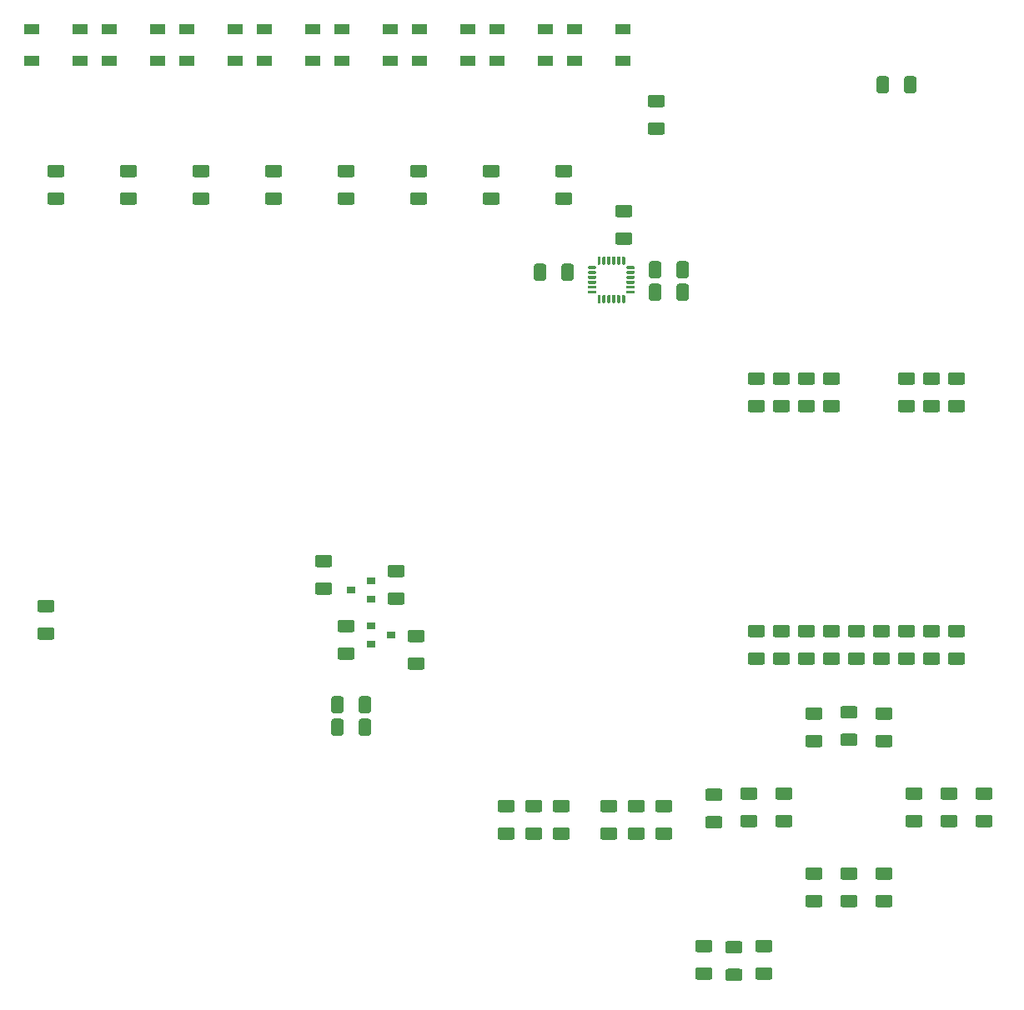
<source format=gbr>
G04 #@! TF.GenerationSoftware,KiCad,Pcbnew,(5.1.6)-1*
G04 #@! TF.CreationDate,2020-08-14T22:04:35-07:00*
G04 #@! TF.ProjectId,NanoDemo,4e616e6f-4465-46d6-9f2e-6b696361645f,rev?*
G04 #@! TF.SameCoordinates,Original*
G04 #@! TF.FileFunction,Paste,Top*
G04 #@! TF.FilePolarity,Positive*
%FSLAX46Y46*%
G04 Gerber Fmt 4.6, Leading zero omitted, Abs format (unit mm)*
G04 Created by KiCad (PCBNEW (5.1.6)-1) date 2020-08-14 22:04:35*
%MOMM*%
%LPD*%
G01*
G04 APERTURE LIST*
%ADD10R,0.900000X0.800000*%
%ADD11R,1.500000X1.000000*%
G04 APERTURE END LIST*
G04 #@! TO.C,R46*
G36*
G01*
X106439000Y-24501000D02*
X106439000Y-23251000D01*
G75*
G02*
X106689000Y-23001000I250000J0D01*
G01*
X107439000Y-23001000D01*
G75*
G02*
X107689000Y-23251000I0J-250000D01*
G01*
X107689000Y-24501000D01*
G75*
G02*
X107439000Y-24751000I-250000J0D01*
G01*
X106689000Y-24751000D01*
G75*
G02*
X106439000Y-24501000I0J250000D01*
G01*
G37*
G36*
G01*
X103639000Y-24501000D02*
X103639000Y-23251000D01*
G75*
G02*
X103889000Y-23001000I250000J0D01*
G01*
X104639000Y-23001000D01*
G75*
G02*
X104889000Y-23251000I0J-250000D01*
G01*
X104889000Y-24501000D01*
G75*
G02*
X104639000Y-24751000I-250000J0D01*
G01*
X103889000Y-24751000D01*
G75*
G02*
X103639000Y-24501000I0J250000D01*
G01*
G37*
G04 #@! TD*
G04 #@! TO.C,U1*
G36*
G01*
X75183000Y-44863000D02*
X75183000Y-45013000D01*
G75*
G02*
X75108000Y-45088000I-75000J0D01*
G01*
X74408000Y-45088000D01*
G75*
G02*
X74333000Y-45013000I0J75000D01*
G01*
X74333000Y-44863000D01*
G75*
G02*
X74408000Y-44788000I75000J0D01*
G01*
X75108000Y-44788000D01*
G75*
G02*
X75183000Y-44863000I0J-75000D01*
G01*
G37*
G36*
G01*
X75183000Y-44363000D02*
X75183000Y-44513000D01*
G75*
G02*
X75108000Y-44588000I-75000J0D01*
G01*
X74408000Y-44588000D01*
G75*
G02*
X74333000Y-44513000I0J75000D01*
G01*
X74333000Y-44363000D01*
G75*
G02*
X74408000Y-44288000I75000J0D01*
G01*
X75108000Y-44288000D01*
G75*
G02*
X75183000Y-44363000I0J-75000D01*
G01*
G37*
G36*
G01*
X75183000Y-43863000D02*
X75183000Y-44013000D01*
G75*
G02*
X75108000Y-44088000I-75000J0D01*
G01*
X74408000Y-44088000D01*
G75*
G02*
X74333000Y-44013000I0J75000D01*
G01*
X74333000Y-43863000D01*
G75*
G02*
X74408000Y-43788000I75000J0D01*
G01*
X75108000Y-43788000D01*
G75*
G02*
X75183000Y-43863000I0J-75000D01*
G01*
G37*
G36*
G01*
X75183000Y-43363000D02*
X75183000Y-43513000D01*
G75*
G02*
X75108000Y-43588000I-75000J0D01*
G01*
X74408000Y-43588000D01*
G75*
G02*
X74333000Y-43513000I0J75000D01*
G01*
X74333000Y-43363000D01*
G75*
G02*
X74408000Y-43288000I75000J0D01*
G01*
X75108000Y-43288000D01*
G75*
G02*
X75183000Y-43363000I0J-75000D01*
G01*
G37*
G36*
G01*
X75183000Y-42863000D02*
X75183000Y-43013000D01*
G75*
G02*
X75108000Y-43088000I-75000J0D01*
G01*
X74408000Y-43088000D01*
G75*
G02*
X74333000Y-43013000I0J75000D01*
G01*
X74333000Y-42863000D01*
G75*
G02*
X74408000Y-42788000I75000J0D01*
G01*
X75108000Y-42788000D01*
G75*
G02*
X75183000Y-42863000I0J-75000D01*
G01*
G37*
G36*
G01*
X75183000Y-42363000D02*
X75183000Y-42513000D01*
G75*
G02*
X75108000Y-42588000I-75000J0D01*
G01*
X74408000Y-42588000D01*
G75*
G02*
X74333000Y-42513000I0J75000D01*
G01*
X74333000Y-42363000D01*
G75*
G02*
X74408000Y-42288000I75000J0D01*
G01*
X75108000Y-42288000D01*
G75*
G02*
X75183000Y-42363000I0J-75000D01*
G01*
G37*
G36*
G01*
X75533000Y-42163000D02*
X75383000Y-42163000D01*
G75*
G02*
X75308000Y-42088000I0J75000D01*
G01*
X75308000Y-41388000D01*
G75*
G02*
X75383000Y-41313000I75000J0D01*
G01*
X75533000Y-41313000D01*
G75*
G02*
X75608000Y-41388000I0J-75000D01*
G01*
X75608000Y-42088000D01*
G75*
G02*
X75533000Y-42163000I-75000J0D01*
G01*
G37*
G36*
G01*
X76033000Y-42163000D02*
X75883000Y-42163000D01*
G75*
G02*
X75808000Y-42088000I0J75000D01*
G01*
X75808000Y-41388000D01*
G75*
G02*
X75883000Y-41313000I75000J0D01*
G01*
X76033000Y-41313000D01*
G75*
G02*
X76108000Y-41388000I0J-75000D01*
G01*
X76108000Y-42088000D01*
G75*
G02*
X76033000Y-42163000I-75000J0D01*
G01*
G37*
G36*
G01*
X76533000Y-42163000D02*
X76383000Y-42163000D01*
G75*
G02*
X76308000Y-42088000I0J75000D01*
G01*
X76308000Y-41388000D01*
G75*
G02*
X76383000Y-41313000I75000J0D01*
G01*
X76533000Y-41313000D01*
G75*
G02*
X76608000Y-41388000I0J-75000D01*
G01*
X76608000Y-42088000D01*
G75*
G02*
X76533000Y-42163000I-75000J0D01*
G01*
G37*
G36*
G01*
X77033000Y-42163000D02*
X76883000Y-42163000D01*
G75*
G02*
X76808000Y-42088000I0J75000D01*
G01*
X76808000Y-41388000D01*
G75*
G02*
X76883000Y-41313000I75000J0D01*
G01*
X77033000Y-41313000D01*
G75*
G02*
X77108000Y-41388000I0J-75000D01*
G01*
X77108000Y-42088000D01*
G75*
G02*
X77033000Y-42163000I-75000J0D01*
G01*
G37*
G36*
G01*
X77533000Y-42163000D02*
X77383000Y-42163000D01*
G75*
G02*
X77308000Y-42088000I0J75000D01*
G01*
X77308000Y-41388000D01*
G75*
G02*
X77383000Y-41313000I75000J0D01*
G01*
X77533000Y-41313000D01*
G75*
G02*
X77608000Y-41388000I0J-75000D01*
G01*
X77608000Y-42088000D01*
G75*
G02*
X77533000Y-42163000I-75000J0D01*
G01*
G37*
G36*
G01*
X78033000Y-42163000D02*
X77883000Y-42163000D01*
G75*
G02*
X77808000Y-42088000I0J75000D01*
G01*
X77808000Y-41388000D01*
G75*
G02*
X77883000Y-41313000I75000J0D01*
G01*
X78033000Y-41313000D01*
G75*
G02*
X78108000Y-41388000I0J-75000D01*
G01*
X78108000Y-42088000D01*
G75*
G02*
X78033000Y-42163000I-75000J0D01*
G01*
G37*
G36*
G01*
X79083000Y-42363000D02*
X79083000Y-42513000D01*
G75*
G02*
X79008000Y-42588000I-75000J0D01*
G01*
X78308000Y-42588000D01*
G75*
G02*
X78233000Y-42513000I0J75000D01*
G01*
X78233000Y-42363000D01*
G75*
G02*
X78308000Y-42288000I75000J0D01*
G01*
X79008000Y-42288000D01*
G75*
G02*
X79083000Y-42363000I0J-75000D01*
G01*
G37*
G36*
G01*
X79083000Y-42863000D02*
X79083000Y-43013000D01*
G75*
G02*
X79008000Y-43088000I-75000J0D01*
G01*
X78308000Y-43088000D01*
G75*
G02*
X78233000Y-43013000I0J75000D01*
G01*
X78233000Y-42863000D01*
G75*
G02*
X78308000Y-42788000I75000J0D01*
G01*
X79008000Y-42788000D01*
G75*
G02*
X79083000Y-42863000I0J-75000D01*
G01*
G37*
G36*
G01*
X79083000Y-43363000D02*
X79083000Y-43513000D01*
G75*
G02*
X79008000Y-43588000I-75000J0D01*
G01*
X78308000Y-43588000D01*
G75*
G02*
X78233000Y-43513000I0J75000D01*
G01*
X78233000Y-43363000D01*
G75*
G02*
X78308000Y-43288000I75000J0D01*
G01*
X79008000Y-43288000D01*
G75*
G02*
X79083000Y-43363000I0J-75000D01*
G01*
G37*
G36*
G01*
X79083000Y-43863000D02*
X79083000Y-44013000D01*
G75*
G02*
X79008000Y-44088000I-75000J0D01*
G01*
X78308000Y-44088000D01*
G75*
G02*
X78233000Y-44013000I0J75000D01*
G01*
X78233000Y-43863000D01*
G75*
G02*
X78308000Y-43788000I75000J0D01*
G01*
X79008000Y-43788000D01*
G75*
G02*
X79083000Y-43863000I0J-75000D01*
G01*
G37*
G36*
G01*
X79083000Y-44363000D02*
X79083000Y-44513000D01*
G75*
G02*
X79008000Y-44588000I-75000J0D01*
G01*
X78308000Y-44588000D01*
G75*
G02*
X78233000Y-44513000I0J75000D01*
G01*
X78233000Y-44363000D01*
G75*
G02*
X78308000Y-44288000I75000J0D01*
G01*
X79008000Y-44288000D01*
G75*
G02*
X79083000Y-44363000I0J-75000D01*
G01*
G37*
G36*
G01*
X79083000Y-44863000D02*
X79083000Y-45013000D01*
G75*
G02*
X79008000Y-45088000I-75000J0D01*
G01*
X78308000Y-45088000D01*
G75*
G02*
X78233000Y-45013000I0J75000D01*
G01*
X78233000Y-44863000D01*
G75*
G02*
X78308000Y-44788000I75000J0D01*
G01*
X79008000Y-44788000D01*
G75*
G02*
X79083000Y-44863000I0J-75000D01*
G01*
G37*
G36*
G01*
X78033000Y-46063000D02*
X77883000Y-46063000D01*
G75*
G02*
X77808000Y-45988000I0J75000D01*
G01*
X77808000Y-45288000D01*
G75*
G02*
X77883000Y-45213000I75000J0D01*
G01*
X78033000Y-45213000D01*
G75*
G02*
X78108000Y-45288000I0J-75000D01*
G01*
X78108000Y-45988000D01*
G75*
G02*
X78033000Y-46063000I-75000J0D01*
G01*
G37*
G36*
G01*
X77533000Y-46063000D02*
X77383000Y-46063000D01*
G75*
G02*
X77308000Y-45988000I0J75000D01*
G01*
X77308000Y-45288000D01*
G75*
G02*
X77383000Y-45213000I75000J0D01*
G01*
X77533000Y-45213000D01*
G75*
G02*
X77608000Y-45288000I0J-75000D01*
G01*
X77608000Y-45988000D01*
G75*
G02*
X77533000Y-46063000I-75000J0D01*
G01*
G37*
G36*
G01*
X77033000Y-46063000D02*
X76883000Y-46063000D01*
G75*
G02*
X76808000Y-45988000I0J75000D01*
G01*
X76808000Y-45288000D01*
G75*
G02*
X76883000Y-45213000I75000J0D01*
G01*
X77033000Y-45213000D01*
G75*
G02*
X77108000Y-45288000I0J-75000D01*
G01*
X77108000Y-45988000D01*
G75*
G02*
X77033000Y-46063000I-75000J0D01*
G01*
G37*
G36*
G01*
X76533000Y-46063000D02*
X76383000Y-46063000D01*
G75*
G02*
X76308000Y-45988000I0J75000D01*
G01*
X76308000Y-45288000D01*
G75*
G02*
X76383000Y-45213000I75000J0D01*
G01*
X76533000Y-45213000D01*
G75*
G02*
X76608000Y-45288000I0J-75000D01*
G01*
X76608000Y-45988000D01*
G75*
G02*
X76533000Y-46063000I-75000J0D01*
G01*
G37*
G36*
G01*
X76033000Y-46063000D02*
X75883000Y-46063000D01*
G75*
G02*
X75808000Y-45988000I0J75000D01*
G01*
X75808000Y-45288000D01*
G75*
G02*
X75883000Y-45213000I75000J0D01*
G01*
X76033000Y-45213000D01*
G75*
G02*
X76108000Y-45288000I0J-75000D01*
G01*
X76108000Y-45988000D01*
G75*
G02*
X76033000Y-46063000I-75000J0D01*
G01*
G37*
G36*
G01*
X75533000Y-46063000D02*
X75383000Y-46063000D01*
G75*
G02*
X75308000Y-45988000I0J75000D01*
G01*
X75308000Y-45288000D01*
G75*
G02*
X75383000Y-45213000I75000J0D01*
G01*
X75533000Y-45213000D01*
G75*
G02*
X75608000Y-45288000I0J-75000D01*
G01*
X75608000Y-45988000D01*
G75*
G02*
X75533000Y-46063000I-75000J0D01*
G01*
G37*
G04 #@! TD*
G04 #@! TO.C,R20*
G36*
G01*
X57521000Y-80505000D02*
X56271000Y-80505000D01*
G75*
G02*
X56021000Y-80255000I0J250000D01*
G01*
X56021000Y-79505000D01*
G75*
G02*
X56271000Y-79255000I250000J0D01*
G01*
X57521000Y-79255000D01*
G75*
G02*
X57771000Y-79505000I0J-250000D01*
G01*
X57771000Y-80255000D01*
G75*
G02*
X57521000Y-80505000I-250000J0D01*
G01*
G37*
G36*
G01*
X57521000Y-83305000D02*
X56271000Y-83305000D01*
G75*
G02*
X56021000Y-83055000I0J250000D01*
G01*
X56021000Y-82305000D01*
G75*
G02*
X56271000Y-82055000I250000J0D01*
G01*
X57521000Y-82055000D01*
G75*
G02*
X57771000Y-82305000I0J-250000D01*
G01*
X57771000Y-83055000D01*
G75*
G02*
X57521000Y-83305000I-250000J0D01*
G01*
G37*
G04 #@! TD*
G04 #@! TO.C,R19*
G36*
G01*
X49159000Y-81039000D02*
X50409000Y-81039000D01*
G75*
G02*
X50659000Y-81289000I0J-250000D01*
G01*
X50659000Y-82039000D01*
G75*
G02*
X50409000Y-82289000I-250000J0D01*
G01*
X49159000Y-82289000D01*
G75*
G02*
X48909000Y-82039000I0J250000D01*
G01*
X48909000Y-81289000D01*
G75*
G02*
X49159000Y-81039000I250000J0D01*
G01*
G37*
G36*
G01*
X49159000Y-78239000D02*
X50409000Y-78239000D01*
G75*
G02*
X50659000Y-78489000I0J-250000D01*
G01*
X50659000Y-79239000D01*
G75*
G02*
X50409000Y-79489000I-250000J0D01*
G01*
X49159000Y-79489000D01*
G75*
G02*
X48909000Y-79239000I0J250000D01*
G01*
X48909000Y-78489000D01*
G75*
G02*
X49159000Y-78239000I250000J0D01*
G01*
G37*
G04 #@! TD*
G04 #@! TO.C,R18*
G36*
G01*
X46873000Y-74435000D02*
X48123000Y-74435000D01*
G75*
G02*
X48373000Y-74685000I0J-250000D01*
G01*
X48373000Y-75435000D01*
G75*
G02*
X48123000Y-75685000I-250000J0D01*
G01*
X46873000Y-75685000D01*
G75*
G02*
X46623000Y-75435000I0J250000D01*
G01*
X46623000Y-74685000D01*
G75*
G02*
X46873000Y-74435000I250000J0D01*
G01*
G37*
G36*
G01*
X46873000Y-71635000D02*
X48123000Y-71635000D01*
G75*
G02*
X48373000Y-71885000I0J-250000D01*
G01*
X48373000Y-72635000D01*
G75*
G02*
X48123000Y-72885000I-250000J0D01*
G01*
X46873000Y-72885000D01*
G75*
G02*
X46623000Y-72635000I0J250000D01*
G01*
X46623000Y-71885000D01*
G75*
G02*
X46873000Y-71635000I250000J0D01*
G01*
G37*
G04 #@! TD*
G04 #@! TO.C,R17*
G36*
G01*
X55489000Y-73901000D02*
X54239000Y-73901000D01*
G75*
G02*
X53989000Y-73651000I0J250000D01*
G01*
X53989000Y-72901000D01*
G75*
G02*
X54239000Y-72651000I250000J0D01*
G01*
X55489000Y-72651000D01*
G75*
G02*
X55739000Y-72901000I0J-250000D01*
G01*
X55739000Y-73651000D01*
G75*
G02*
X55489000Y-73901000I-250000J0D01*
G01*
G37*
G36*
G01*
X55489000Y-76701000D02*
X54239000Y-76701000D01*
G75*
G02*
X53989000Y-76451000I0J250000D01*
G01*
X53989000Y-75701000D01*
G75*
G02*
X54239000Y-75451000I250000J0D01*
G01*
X55489000Y-75451000D01*
G75*
G02*
X55739000Y-75701000I0J-250000D01*
G01*
X55739000Y-76451000D01*
G75*
G02*
X55489000Y-76701000I-250000J0D01*
G01*
G37*
G04 #@! TD*
D10*
G04 #@! TO.C,Q2*
X54340000Y-79756000D03*
X52340000Y-80706000D03*
X52340000Y-78806000D03*
G04 #@! TD*
G04 #@! TO.C,Q1*
X50308000Y-75184000D03*
X52308000Y-74234000D03*
X52308000Y-76134000D03*
G04 #@! TD*
G04 #@! TO.C,C10*
G36*
G01*
X83325000Y-43297000D02*
X83325000Y-42047000D01*
G75*
G02*
X83575000Y-41797000I250000J0D01*
G01*
X84325000Y-41797000D01*
G75*
G02*
X84575000Y-42047000I0J-250000D01*
G01*
X84575000Y-43297000D01*
G75*
G02*
X84325000Y-43547000I-250000J0D01*
G01*
X83575000Y-43547000D01*
G75*
G02*
X83325000Y-43297000I0J250000D01*
G01*
G37*
G36*
G01*
X80525000Y-43297000D02*
X80525000Y-42047000D01*
G75*
G02*
X80775000Y-41797000I250000J0D01*
G01*
X81525000Y-41797000D01*
G75*
G02*
X81775000Y-42047000I0J-250000D01*
G01*
X81775000Y-43297000D01*
G75*
G02*
X81525000Y-43547000I-250000J0D01*
G01*
X80775000Y-43547000D01*
G75*
G02*
X80525000Y-43297000I0J250000D01*
G01*
G37*
G04 #@! TD*
G04 #@! TO.C,C11*
G36*
G01*
X71641000Y-43551000D02*
X71641000Y-42301000D01*
G75*
G02*
X71891000Y-42051000I250000J0D01*
G01*
X72641000Y-42051000D01*
G75*
G02*
X72891000Y-42301000I0J-250000D01*
G01*
X72891000Y-43551000D01*
G75*
G02*
X72641000Y-43801000I-250000J0D01*
G01*
X71891000Y-43801000D01*
G75*
G02*
X71641000Y-43551000I0J250000D01*
G01*
G37*
G36*
G01*
X68841000Y-43551000D02*
X68841000Y-42301000D01*
G75*
G02*
X69091000Y-42051000I250000J0D01*
G01*
X69841000Y-42051000D01*
G75*
G02*
X70091000Y-42301000I0J-250000D01*
G01*
X70091000Y-43551000D01*
G75*
G02*
X69841000Y-43801000I-250000J0D01*
G01*
X69091000Y-43801000D01*
G75*
G02*
X68841000Y-43551000I0J250000D01*
G01*
G37*
G04 #@! TD*
G04 #@! TO.C,C9*
G36*
G01*
X77353000Y-38875000D02*
X78603000Y-38875000D01*
G75*
G02*
X78853000Y-39125000I0J-250000D01*
G01*
X78853000Y-39875000D01*
G75*
G02*
X78603000Y-40125000I-250000J0D01*
G01*
X77353000Y-40125000D01*
G75*
G02*
X77103000Y-39875000I0J250000D01*
G01*
X77103000Y-39125000D01*
G75*
G02*
X77353000Y-38875000I250000J0D01*
G01*
G37*
G36*
G01*
X77353000Y-36075000D02*
X78603000Y-36075000D01*
G75*
G02*
X78853000Y-36325000I0J-250000D01*
G01*
X78853000Y-37075000D01*
G75*
G02*
X78603000Y-37325000I-250000J0D01*
G01*
X77353000Y-37325000D01*
G75*
G02*
X77103000Y-37075000I0J250000D01*
G01*
X77103000Y-36325000D01*
G75*
G02*
X77353000Y-36075000I250000J0D01*
G01*
G37*
G04 #@! TD*
G04 #@! TO.C,C12*
G36*
G01*
X81775000Y-44333000D02*
X81775000Y-45583000D01*
G75*
G02*
X81525000Y-45833000I-250000J0D01*
G01*
X80775000Y-45833000D01*
G75*
G02*
X80525000Y-45583000I0J250000D01*
G01*
X80525000Y-44333000D01*
G75*
G02*
X80775000Y-44083000I250000J0D01*
G01*
X81525000Y-44083000D01*
G75*
G02*
X81775000Y-44333000I0J-250000D01*
G01*
G37*
G36*
G01*
X84575000Y-44333000D02*
X84575000Y-45583000D01*
G75*
G02*
X84325000Y-45833000I-250000J0D01*
G01*
X83575000Y-45833000D01*
G75*
G02*
X83325000Y-45583000I0J250000D01*
G01*
X83325000Y-44333000D01*
G75*
G02*
X83575000Y-44083000I250000J0D01*
G01*
X84325000Y-44083000D01*
G75*
G02*
X84575000Y-44333000I0J-250000D01*
G01*
G37*
G04 #@! TD*
D11*
G04 #@! TO.C,D1*
X22770000Y-21412000D03*
X22770000Y-18212000D03*
X17870000Y-21412000D03*
X17870000Y-18212000D03*
G04 #@! TD*
G04 #@! TO.C,D8*
X77888000Y-21412000D03*
X77888000Y-18212000D03*
X72988000Y-21412000D03*
X72988000Y-18212000D03*
G04 #@! TD*
G04 #@! TO.C,D7*
X70014000Y-21412000D03*
X70014000Y-18212000D03*
X65114000Y-21412000D03*
X65114000Y-18212000D03*
G04 #@! TD*
G04 #@! TO.C,D6*
X62140000Y-21412000D03*
X62140000Y-18212000D03*
X57240000Y-21412000D03*
X57240000Y-18212000D03*
G04 #@! TD*
G04 #@! TO.C,D5*
X54266000Y-21412000D03*
X54266000Y-18212000D03*
X49366000Y-21412000D03*
X49366000Y-18212000D03*
G04 #@! TD*
G04 #@! TO.C,D4*
X46392000Y-21412000D03*
X46392000Y-18212000D03*
X41492000Y-21412000D03*
X41492000Y-18212000D03*
G04 #@! TD*
G04 #@! TO.C,D3*
X38518000Y-21412000D03*
X38518000Y-18212000D03*
X33618000Y-21412000D03*
X33618000Y-18212000D03*
G04 #@! TD*
G04 #@! TO.C,D2*
X30644000Y-21412000D03*
X30644000Y-18212000D03*
X25744000Y-21412000D03*
X25744000Y-18212000D03*
G04 #@! TD*
G04 #@! TO.C,R45*
G36*
G01*
X49517000Y-86243000D02*
X49517000Y-87493000D01*
G75*
G02*
X49267000Y-87743000I-250000J0D01*
G01*
X48517000Y-87743000D01*
G75*
G02*
X48267000Y-87493000I0J250000D01*
G01*
X48267000Y-86243000D01*
G75*
G02*
X48517000Y-85993000I250000J0D01*
G01*
X49267000Y-85993000D01*
G75*
G02*
X49517000Y-86243000I0J-250000D01*
G01*
G37*
G36*
G01*
X52317000Y-86243000D02*
X52317000Y-87493000D01*
G75*
G02*
X52067000Y-87743000I-250000J0D01*
G01*
X51317000Y-87743000D01*
G75*
G02*
X51067000Y-87493000I0J250000D01*
G01*
X51067000Y-86243000D01*
G75*
G02*
X51317000Y-85993000I250000J0D01*
G01*
X52067000Y-85993000D01*
G75*
G02*
X52317000Y-86243000I0J-250000D01*
G01*
G37*
G04 #@! TD*
G04 #@! TO.C,R44*
G36*
G01*
X111135000Y-81547000D02*
X112385000Y-81547000D01*
G75*
G02*
X112635000Y-81797000I0J-250000D01*
G01*
X112635000Y-82547000D01*
G75*
G02*
X112385000Y-82797000I-250000J0D01*
G01*
X111135000Y-82797000D01*
G75*
G02*
X110885000Y-82547000I0J250000D01*
G01*
X110885000Y-81797000D01*
G75*
G02*
X111135000Y-81547000I250000J0D01*
G01*
G37*
G36*
G01*
X111135000Y-78747000D02*
X112385000Y-78747000D01*
G75*
G02*
X112635000Y-78997000I0J-250000D01*
G01*
X112635000Y-79747000D01*
G75*
G02*
X112385000Y-79997000I-250000J0D01*
G01*
X111135000Y-79997000D01*
G75*
G02*
X110885000Y-79747000I0J250000D01*
G01*
X110885000Y-78997000D01*
G75*
G02*
X111135000Y-78747000I250000J0D01*
G01*
G37*
G04 #@! TD*
G04 #@! TO.C,R43*
G36*
G01*
X106055000Y-81547000D02*
X107305000Y-81547000D01*
G75*
G02*
X107555000Y-81797000I0J-250000D01*
G01*
X107555000Y-82547000D01*
G75*
G02*
X107305000Y-82797000I-250000J0D01*
G01*
X106055000Y-82797000D01*
G75*
G02*
X105805000Y-82547000I0J250000D01*
G01*
X105805000Y-81797000D01*
G75*
G02*
X106055000Y-81547000I250000J0D01*
G01*
G37*
G36*
G01*
X106055000Y-78747000D02*
X107305000Y-78747000D01*
G75*
G02*
X107555000Y-78997000I0J-250000D01*
G01*
X107555000Y-79747000D01*
G75*
G02*
X107305000Y-79997000I-250000J0D01*
G01*
X106055000Y-79997000D01*
G75*
G02*
X105805000Y-79747000I0J250000D01*
G01*
X105805000Y-78997000D01*
G75*
G02*
X106055000Y-78747000I250000J0D01*
G01*
G37*
G04 #@! TD*
G04 #@! TO.C,R42*
G36*
G01*
X107305000Y-54343000D02*
X106055000Y-54343000D01*
G75*
G02*
X105805000Y-54093000I0J250000D01*
G01*
X105805000Y-53343000D01*
G75*
G02*
X106055000Y-53093000I250000J0D01*
G01*
X107305000Y-53093000D01*
G75*
G02*
X107555000Y-53343000I0J-250000D01*
G01*
X107555000Y-54093000D01*
G75*
G02*
X107305000Y-54343000I-250000J0D01*
G01*
G37*
G36*
G01*
X107305000Y-57143000D02*
X106055000Y-57143000D01*
G75*
G02*
X105805000Y-56893000I0J250000D01*
G01*
X105805000Y-56143000D01*
G75*
G02*
X106055000Y-55893000I250000J0D01*
G01*
X107305000Y-55893000D01*
G75*
G02*
X107555000Y-56143000I0J-250000D01*
G01*
X107555000Y-56893000D01*
G75*
G02*
X107305000Y-57143000I-250000J0D01*
G01*
G37*
G04 #@! TD*
G04 #@! TO.C,R41*
G36*
G01*
X100975000Y-81547000D02*
X102225000Y-81547000D01*
G75*
G02*
X102475000Y-81797000I0J-250000D01*
G01*
X102475000Y-82547000D01*
G75*
G02*
X102225000Y-82797000I-250000J0D01*
G01*
X100975000Y-82797000D01*
G75*
G02*
X100725000Y-82547000I0J250000D01*
G01*
X100725000Y-81797000D01*
G75*
G02*
X100975000Y-81547000I250000J0D01*
G01*
G37*
G36*
G01*
X100975000Y-78747000D02*
X102225000Y-78747000D01*
G75*
G02*
X102475000Y-78997000I0J-250000D01*
G01*
X102475000Y-79747000D01*
G75*
G02*
X102225000Y-79997000I-250000J0D01*
G01*
X100975000Y-79997000D01*
G75*
G02*
X100725000Y-79747000I0J250000D01*
G01*
X100725000Y-78997000D01*
G75*
G02*
X100975000Y-78747000I250000J0D01*
G01*
G37*
G04 #@! TD*
G04 #@! TO.C,R40*
G36*
G01*
X103515000Y-81547000D02*
X104765000Y-81547000D01*
G75*
G02*
X105015000Y-81797000I0J-250000D01*
G01*
X105015000Y-82547000D01*
G75*
G02*
X104765000Y-82797000I-250000J0D01*
G01*
X103515000Y-82797000D01*
G75*
G02*
X103265000Y-82547000I0J250000D01*
G01*
X103265000Y-81797000D01*
G75*
G02*
X103515000Y-81547000I250000J0D01*
G01*
G37*
G36*
G01*
X103515000Y-78747000D02*
X104765000Y-78747000D01*
G75*
G02*
X105015000Y-78997000I0J-250000D01*
G01*
X105015000Y-79747000D01*
G75*
G02*
X104765000Y-79997000I-250000J0D01*
G01*
X103515000Y-79997000D01*
G75*
G02*
X103265000Y-79747000I0J250000D01*
G01*
X103265000Y-78997000D01*
G75*
G02*
X103515000Y-78747000I250000J0D01*
G01*
G37*
G04 #@! TD*
G04 #@! TO.C,R39*
G36*
G01*
X108595000Y-81547000D02*
X109845000Y-81547000D01*
G75*
G02*
X110095000Y-81797000I0J-250000D01*
G01*
X110095000Y-82547000D01*
G75*
G02*
X109845000Y-82797000I-250000J0D01*
G01*
X108595000Y-82797000D01*
G75*
G02*
X108345000Y-82547000I0J250000D01*
G01*
X108345000Y-81797000D01*
G75*
G02*
X108595000Y-81547000I250000J0D01*
G01*
G37*
G36*
G01*
X108595000Y-78747000D02*
X109845000Y-78747000D01*
G75*
G02*
X110095000Y-78997000I0J-250000D01*
G01*
X110095000Y-79747000D01*
G75*
G02*
X109845000Y-79997000I-250000J0D01*
G01*
X108595000Y-79997000D01*
G75*
G02*
X108345000Y-79747000I0J250000D01*
G01*
X108345000Y-78997000D01*
G75*
G02*
X108595000Y-78747000I250000J0D01*
G01*
G37*
G04 #@! TD*
G04 #@! TO.C,R28*
G36*
G01*
X71257000Y-34811000D02*
X72507000Y-34811000D01*
G75*
G02*
X72757000Y-35061000I0J-250000D01*
G01*
X72757000Y-35811000D01*
G75*
G02*
X72507000Y-36061000I-250000J0D01*
G01*
X71257000Y-36061000D01*
G75*
G02*
X71007000Y-35811000I0J250000D01*
G01*
X71007000Y-35061000D01*
G75*
G02*
X71257000Y-34811000I250000J0D01*
G01*
G37*
G36*
G01*
X71257000Y-32011000D02*
X72507000Y-32011000D01*
G75*
G02*
X72757000Y-32261000I0J-250000D01*
G01*
X72757000Y-33011000D01*
G75*
G02*
X72507000Y-33261000I-250000J0D01*
G01*
X71257000Y-33261000D01*
G75*
G02*
X71007000Y-33011000I0J250000D01*
G01*
X71007000Y-32261000D01*
G75*
G02*
X71257000Y-32011000I250000J0D01*
G01*
G37*
G04 #@! TD*
G04 #@! TO.C,R38*
G36*
G01*
X112385000Y-54343000D02*
X111135000Y-54343000D01*
G75*
G02*
X110885000Y-54093000I0J250000D01*
G01*
X110885000Y-53343000D01*
G75*
G02*
X111135000Y-53093000I250000J0D01*
G01*
X112385000Y-53093000D01*
G75*
G02*
X112635000Y-53343000I0J-250000D01*
G01*
X112635000Y-54093000D01*
G75*
G02*
X112385000Y-54343000I-250000J0D01*
G01*
G37*
G36*
G01*
X112385000Y-57143000D02*
X111135000Y-57143000D01*
G75*
G02*
X110885000Y-56893000I0J250000D01*
G01*
X110885000Y-56143000D01*
G75*
G02*
X111135000Y-55893000I250000J0D01*
G01*
X112385000Y-55893000D01*
G75*
G02*
X112635000Y-56143000I0J-250000D01*
G01*
X112635000Y-56893000D01*
G75*
G02*
X112385000Y-57143000I-250000J0D01*
G01*
G37*
G04 #@! TD*
G04 #@! TO.C,R37*
G36*
G01*
X109845000Y-54343000D02*
X108595000Y-54343000D01*
G75*
G02*
X108345000Y-54093000I0J250000D01*
G01*
X108345000Y-53343000D01*
G75*
G02*
X108595000Y-53093000I250000J0D01*
G01*
X109845000Y-53093000D01*
G75*
G02*
X110095000Y-53343000I0J-250000D01*
G01*
X110095000Y-54093000D01*
G75*
G02*
X109845000Y-54343000I-250000J0D01*
G01*
G37*
G36*
G01*
X109845000Y-57143000D02*
X108595000Y-57143000D01*
G75*
G02*
X108345000Y-56893000I0J250000D01*
G01*
X108345000Y-56143000D01*
G75*
G02*
X108595000Y-55893000I250000J0D01*
G01*
X109845000Y-55893000D01*
G75*
G02*
X110095000Y-56143000I0J-250000D01*
G01*
X110095000Y-56893000D01*
G75*
G02*
X109845000Y-57143000I-250000J0D01*
G01*
G37*
G04 #@! TD*
G04 #@! TO.C,R16*
G36*
G01*
X49517000Y-88529000D02*
X49517000Y-89779000D01*
G75*
G02*
X49267000Y-90029000I-250000J0D01*
G01*
X48517000Y-90029000D01*
G75*
G02*
X48267000Y-89779000I0J250000D01*
G01*
X48267000Y-88529000D01*
G75*
G02*
X48517000Y-88279000I250000J0D01*
G01*
X49267000Y-88279000D01*
G75*
G02*
X49517000Y-88529000I0J-250000D01*
G01*
G37*
G36*
G01*
X52317000Y-88529000D02*
X52317000Y-89779000D01*
G75*
G02*
X52067000Y-90029000I-250000J0D01*
G01*
X51317000Y-90029000D01*
G75*
G02*
X51067000Y-89779000I0J250000D01*
G01*
X51067000Y-88529000D01*
G75*
G02*
X51317000Y-88279000I250000J0D01*
G01*
X52067000Y-88279000D01*
G75*
G02*
X52317000Y-88529000I0J-250000D01*
G01*
G37*
G04 #@! TD*
G04 #@! TO.C,R27*
G36*
G01*
X63891000Y-34811000D02*
X65141000Y-34811000D01*
G75*
G02*
X65391000Y-35061000I0J-250000D01*
G01*
X65391000Y-35811000D01*
G75*
G02*
X65141000Y-36061000I-250000J0D01*
G01*
X63891000Y-36061000D01*
G75*
G02*
X63641000Y-35811000I0J250000D01*
G01*
X63641000Y-35061000D01*
G75*
G02*
X63891000Y-34811000I250000J0D01*
G01*
G37*
G36*
G01*
X63891000Y-32011000D02*
X65141000Y-32011000D01*
G75*
G02*
X65391000Y-32261000I0J-250000D01*
G01*
X65391000Y-33011000D01*
G75*
G02*
X65141000Y-33261000I-250000J0D01*
G01*
X63891000Y-33261000D01*
G75*
G02*
X63641000Y-33011000I0J250000D01*
G01*
X63641000Y-32261000D01*
G75*
G02*
X63891000Y-32011000I250000J0D01*
G01*
G37*
G04 #@! TD*
G04 #@! TO.C,R36*
G36*
G01*
X98435000Y-81547000D02*
X99685000Y-81547000D01*
G75*
G02*
X99935000Y-81797000I0J-250000D01*
G01*
X99935000Y-82547000D01*
G75*
G02*
X99685000Y-82797000I-250000J0D01*
G01*
X98435000Y-82797000D01*
G75*
G02*
X98185000Y-82547000I0J250000D01*
G01*
X98185000Y-81797000D01*
G75*
G02*
X98435000Y-81547000I250000J0D01*
G01*
G37*
G36*
G01*
X98435000Y-78747000D02*
X99685000Y-78747000D01*
G75*
G02*
X99935000Y-78997000I0J-250000D01*
G01*
X99935000Y-79747000D01*
G75*
G02*
X99685000Y-79997000I-250000J0D01*
G01*
X98435000Y-79997000D01*
G75*
G02*
X98185000Y-79747000I0J250000D01*
G01*
X98185000Y-78997000D01*
G75*
G02*
X98435000Y-78747000I250000J0D01*
G01*
G37*
G04 #@! TD*
G04 #@! TO.C,R26*
G36*
G01*
X56525000Y-34811000D02*
X57775000Y-34811000D01*
G75*
G02*
X58025000Y-35061000I0J-250000D01*
G01*
X58025000Y-35811000D01*
G75*
G02*
X57775000Y-36061000I-250000J0D01*
G01*
X56525000Y-36061000D01*
G75*
G02*
X56275000Y-35811000I0J250000D01*
G01*
X56275000Y-35061000D01*
G75*
G02*
X56525000Y-34811000I250000J0D01*
G01*
G37*
G36*
G01*
X56525000Y-32011000D02*
X57775000Y-32011000D01*
G75*
G02*
X58025000Y-32261000I0J-250000D01*
G01*
X58025000Y-33011000D01*
G75*
G02*
X57775000Y-33261000I-250000J0D01*
G01*
X56525000Y-33261000D01*
G75*
G02*
X56275000Y-33011000I0J250000D01*
G01*
X56275000Y-32261000D01*
G75*
G02*
X56525000Y-32011000I250000J0D01*
G01*
G37*
G04 #@! TD*
G04 #@! TO.C,R35*
G36*
G01*
X94605000Y-54343000D02*
X93355000Y-54343000D01*
G75*
G02*
X93105000Y-54093000I0J250000D01*
G01*
X93105000Y-53343000D01*
G75*
G02*
X93355000Y-53093000I250000J0D01*
G01*
X94605000Y-53093000D01*
G75*
G02*
X94855000Y-53343000I0J-250000D01*
G01*
X94855000Y-54093000D01*
G75*
G02*
X94605000Y-54343000I-250000J0D01*
G01*
G37*
G36*
G01*
X94605000Y-57143000D02*
X93355000Y-57143000D01*
G75*
G02*
X93105000Y-56893000I0J250000D01*
G01*
X93105000Y-56143000D01*
G75*
G02*
X93355000Y-55893000I250000J0D01*
G01*
X94605000Y-55893000D01*
G75*
G02*
X94855000Y-56143000I0J-250000D01*
G01*
X94855000Y-56893000D01*
G75*
G02*
X94605000Y-57143000I-250000J0D01*
G01*
G37*
G04 #@! TD*
G04 #@! TO.C,R34*
G36*
G01*
X92065000Y-54343000D02*
X90815000Y-54343000D01*
G75*
G02*
X90565000Y-54093000I0J250000D01*
G01*
X90565000Y-53343000D01*
G75*
G02*
X90815000Y-53093000I250000J0D01*
G01*
X92065000Y-53093000D01*
G75*
G02*
X92315000Y-53343000I0J-250000D01*
G01*
X92315000Y-54093000D01*
G75*
G02*
X92065000Y-54343000I-250000J0D01*
G01*
G37*
G36*
G01*
X92065000Y-57143000D02*
X90815000Y-57143000D01*
G75*
G02*
X90565000Y-56893000I0J250000D01*
G01*
X90565000Y-56143000D01*
G75*
G02*
X90815000Y-55893000I250000J0D01*
G01*
X92065000Y-55893000D01*
G75*
G02*
X92315000Y-56143000I0J-250000D01*
G01*
X92315000Y-56893000D01*
G75*
G02*
X92065000Y-57143000I-250000J0D01*
G01*
G37*
G04 #@! TD*
G04 #@! TO.C,R25*
G36*
G01*
X49159000Y-34811000D02*
X50409000Y-34811000D01*
G75*
G02*
X50659000Y-35061000I0J-250000D01*
G01*
X50659000Y-35811000D01*
G75*
G02*
X50409000Y-36061000I-250000J0D01*
G01*
X49159000Y-36061000D01*
G75*
G02*
X48909000Y-35811000I0J250000D01*
G01*
X48909000Y-35061000D01*
G75*
G02*
X49159000Y-34811000I250000J0D01*
G01*
G37*
G36*
G01*
X49159000Y-32011000D02*
X50409000Y-32011000D01*
G75*
G02*
X50659000Y-32261000I0J-250000D01*
G01*
X50659000Y-33011000D01*
G75*
G02*
X50409000Y-33261000I-250000J0D01*
G01*
X49159000Y-33261000D01*
G75*
G02*
X48909000Y-33011000I0J250000D01*
G01*
X48909000Y-32261000D01*
G75*
G02*
X49159000Y-32011000I250000J0D01*
G01*
G37*
G04 #@! TD*
G04 #@! TO.C,R33*
G36*
G01*
X90815000Y-81547000D02*
X92065000Y-81547000D01*
G75*
G02*
X92315000Y-81797000I0J-250000D01*
G01*
X92315000Y-82547000D01*
G75*
G02*
X92065000Y-82797000I-250000J0D01*
G01*
X90815000Y-82797000D01*
G75*
G02*
X90565000Y-82547000I0J250000D01*
G01*
X90565000Y-81797000D01*
G75*
G02*
X90815000Y-81547000I250000J0D01*
G01*
G37*
G36*
G01*
X90815000Y-78747000D02*
X92065000Y-78747000D01*
G75*
G02*
X92315000Y-78997000I0J-250000D01*
G01*
X92315000Y-79747000D01*
G75*
G02*
X92065000Y-79997000I-250000J0D01*
G01*
X90815000Y-79997000D01*
G75*
G02*
X90565000Y-79747000I0J250000D01*
G01*
X90565000Y-78997000D01*
G75*
G02*
X90815000Y-78747000I250000J0D01*
G01*
G37*
G04 #@! TD*
G04 #@! TO.C,R32*
G36*
G01*
X93355000Y-81547000D02*
X94605000Y-81547000D01*
G75*
G02*
X94855000Y-81797000I0J-250000D01*
G01*
X94855000Y-82547000D01*
G75*
G02*
X94605000Y-82797000I-250000J0D01*
G01*
X93355000Y-82797000D01*
G75*
G02*
X93105000Y-82547000I0J250000D01*
G01*
X93105000Y-81797000D01*
G75*
G02*
X93355000Y-81547000I250000J0D01*
G01*
G37*
G36*
G01*
X93355000Y-78747000D02*
X94605000Y-78747000D01*
G75*
G02*
X94855000Y-78997000I0J-250000D01*
G01*
X94855000Y-79747000D01*
G75*
G02*
X94605000Y-79997000I-250000J0D01*
G01*
X93355000Y-79997000D01*
G75*
G02*
X93105000Y-79747000I0J250000D01*
G01*
X93105000Y-78997000D01*
G75*
G02*
X93355000Y-78747000I250000J0D01*
G01*
G37*
G04 #@! TD*
G04 #@! TO.C,R24*
G36*
G01*
X41793000Y-34811000D02*
X43043000Y-34811000D01*
G75*
G02*
X43293000Y-35061000I0J-250000D01*
G01*
X43293000Y-35811000D01*
G75*
G02*
X43043000Y-36061000I-250000J0D01*
G01*
X41793000Y-36061000D01*
G75*
G02*
X41543000Y-35811000I0J250000D01*
G01*
X41543000Y-35061000D01*
G75*
G02*
X41793000Y-34811000I250000J0D01*
G01*
G37*
G36*
G01*
X41793000Y-32011000D02*
X43043000Y-32011000D01*
G75*
G02*
X43293000Y-32261000I0J-250000D01*
G01*
X43293000Y-33011000D01*
G75*
G02*
X43043000Y-33261000I-250000J0D01*
G01*
X41793000Y-33261000D01*
G75*
G02*
X41543000Y-33011000I0J250000D01*
G01*
X41543000Y-32261000D01*
G75*
G02*
X41793000Y-32011000I250000J0D01*
G01*
G37*
G04 #@! TD*
G04 #@! TO.C,R31*
G36*
G01*
X95895000Y-81547000D02*
X97145000Y-81547000D01*
G75*
G02*
X97395000Y-81797000I0J-250000D01*
G01*
X97395000Y-82547000D01*
G75*
G02*
X97145000Y-82797000I-250000J0D01*
G01*
X95895000Y-82797000D01*
G75*
G02*
X95645000Y-82547000I0J250000D01*
G01*
X95645000Y-81797000D01*
G75*
G02*
X95895000Y-81547000I250000J0D01*
G01*
G37*
G36*
G01*
X95895000Y-78747000D02*
X97145000Y-78747000D01*
G75*
G02*
X97395000Y-78997000I0J-250000D01*
G01*
X97395000Y-79747000D01*
G75*
G02*
X97145000Y-79997000I-250000J0D01*
G01*
X95895000Y-79997000D01*
G75*
G02*
X95645000Y-79747000I0J250000D01*
G01*
X95645000Y-78997000D01*
G75*
G02*
X95895000Y-78747000I250000J0D01*
G01*
G37*
G04 #@! TD*
G04 #@! TO.C,R30*
G36*
G01*
X99685000Y-54343000D02*
X98435000Y-54343000D01*
G75*
G02*
X98185000Y-54093000I0J250000D01*
G01*
X98185000Y-53343000D01*
G75*
G02*
X98435000Y-53093000I250000J0D01*
G01*
X99685000Y-53093000D01*
G75*
G02*
X99935000Y-53343000I0J-250000D01*
G01*
X99935000Y-54093000D01*
G75*
G02*
X99685000Y-54343000I-250000J0D01*
G01*
G37*
G36*
G01*
X99685000Y-57143000D02*
X98435000Y-57143000D01*
G75*
G02*
X98185000Y-56893000I0J250000D01*
G01*
X98185000Y-56143000D01*
G75*
G02*
X98435000Y-55893000I250000J0D01*
G01*
X99685000Y-55893000D01*
G75*
G02*
X99935000Y-56143000I0J-250000D01*
G01*
X99935000Y-56893000D01*
G75*
G02*
X99685000Y-57143000I-250000J0D01*
G01*
G37*
G04 #@! TD*
G04 #@! TO.C,R23*
G36*
G01*
X34427000Y-34811000D02*
X35677000Y-34811000D01*
G75*
G02*
X35927000Y-35061000I0J-250000D01*
G01*
X35927000Y-35811000D01*
G75*
G02*
X35677000Y-36061000I-250000J0D01*
G01*
X34427000Y-36061000D01*
G75*
G02*
X34177000Y-35811000I0J250000D01*
G01*
X34177000Y-35061000D01*
G75*
G02*
X34427000Y-34811000I250000J0D01*
G01*
G37*
G36*
G01*
X34427000Y-32011000D02*
X35677000Y-32011000D01*
G75*
G02*
X35927000Y-32261000I0J-250000D01*
G01*
X35927000Y-33011000D01*
G75*
G02*
X35677000Y-33261000I-250000J0D01*
G01*
X34427000Y-33261000D01*
G75*
G02*
X34177000Y-33011000I0J250000D01*
G01*
X34177000Y-32261000D01*
G75*
G02*
X34427000Y-32011000I250000J0D01*
G01*
G37*
G04 #@! TD*
G04 #@! TO.C,R29*
G36*
G01*
X97145000Y-54343000D02*
X95895000Y-54343000D01*
G75*
G02*
X95645000Y-54093000I0J250000D01*
G01*
X95645000Y-53343000D01*
G75*
G02*
X95895000Y-53093000I250000J0D01*
G01*
X97145000Y-53093000D01*
G75*
G02*
X97395000Y-53343000I0J-250000D01*
G01*
X97395000Y-54093000D01*
G75*
G02*
X97145000Y-54343000I-250000J0D01*
G01*
G37*
G36*
G01*
X97145000Y-57143000D02*
X95895000Y-57143000D01*
G75*
G02*
X95645000Y-56893000I0J250000D01*
G01*
X95645000Y-56143000D01*
G75*
G02*
X95895000Y-55893000I250000J0D01*
G01*
X97145000Y-55893000D01*
G75*
G02*
X97395000Y-56143000I0J-250000D01*
G01*
X97395000Y-56893000D01*
G75*
G02*
X97145000Y-57143000I-250000J0D01*
G01*
G37*
G04 #@! TD*
G04 #@! TO.C,R22*
G36*
G01*
X27061000Y-34811000D02*
X28311000Y-34811000D01*
G75*
G02*
X28561000Y-35061000I0J-250000D01*
G01*
X28561000Y-35811000D01*
G75*
G02*
X28311000Y-36061000I-250000J0D01*
G01*
X27061000Y-36061000D01*
G75*
G02*
X26811000Y-35811000I0J250000D01*
G01*
X26811000Y-35061000D01*
G75*
G02*
X27061000Y-34811000I250000J0D01*
G01*
G37*
G36*
G01*
X27061000Y-32011000D02*
X28311000Y-32011000D01*
G75*
G02*
X28561000Y-32261000I0J-250000D01*
G01*
X28561000Y-33011000D01*
G75*
G02*
X28311000Y-33261000I-250000J0D01*
G01*
X27061000Y-33261000D01*
G75*
G02*
X26811000Y-33011000I0J250000D01*
G01*
X26811000Y-32261000D01*
G75*
G02*
X27061000Y-32011000I250000J0D01*
G01*
G37*
G04 #@! TD*
G04 #@! TO.C,R21*
G36*
G01*
X19695000Y-34811000D02*
X20945000Y-34811000D01*
G75*
G02*
X21195000Y-35061000I0J-250000D01*
G01*
X21195000Y-35811000D01*
G75*
G02*
X20945000Y-36061000I-250000J0D01*
G01*
X19695000Y-36061000D01*
G75*
G02*
X19445000Y-35811000I0J250000D01*
G01*
X19445000Y-35061000D01*
G75*
G02*
X19695000Y-34811000I250000J0D01*
G01*
G37*
G36*
G01*
X19695000Y-32011000D02*
X20945000Y-32011000D01*
G75*
G02*
X21195000Y-32261000I0J-250000D01*
G01*
X21195000Y-33011000D01*
G75*
G02*
X20945000Y-33261000I-250000J0D01*
G01*
X19695000Y-33261000D01*
G75*
G02*
X19445000Y-33011000I0J250000D01*
G01*
X19445000Y-32261000D01*
G75*
G02*
X19695000Y-32011000I250000J0D01*
G01*
G37*
G04 #@! TD*
G04 #@! TO.C,R9*
G36*
G01*
X100213000Y-106185000D02*
X101463000Y-106185000D01*
G75*
G02*
X101713000Y-106435000I0J-250000D01*
G01*
X101713000Y-107185000D01*
G75*
G02*
X101463000Y-107435000I-250000J0D01*
G01*
X100213000Y-107435000D01*
G75*
G02*
X99963000Y-107185000I0J250000D01*
G01*
X99963000Y-106435000D01*
G75*
G02*
X100213000Y-106185000I250000J0D01*
G01*
G37*
G36*
G01*
X100213000Y-103385000D02*
X101463000Y-103385000D01*
G75*
G02*
X101713000Y-103635000I0J-250000D01*
G01*
X101713000Y-104385000D01*
G75*
G02*
X101463000Y-104635000I-250000J0D01*
G01*
X100213000Y-104635000D01*
G75*
G02*
X99963000Y-104385000I0J250000D01*
G01*
X99963000Y-103635000D01*
G75*
G02*
X100213000Y-103385000I250000J0D01*
G01*
G37*
G04 #@! TD*
G04 #@! TO.C,R5*
G36*
G01*
X100213000Y-89799000D02*
X101463000Y-89799000D01*
G75*
G02*
X101713000Y-90049000I0J-250000D01*
G01*
X101713000Y-90799000D01*
G75*
G02*
X101463000Y-91049000I-250000J0D01*
G01*
X100213000Y-91049000D01*
G75*
G02*
X99963000Y-90799000I0J250000D01*
G01*
X99963000Y-90049000D01*
G75*
G02*
X100213000Y-89799000I250000J0D01*
G01*
G37*
G36*
G01*
X100213000Y-86999000D02*
X101463000Y-86999000D01*
G75*
G02*
X101713000Y-87249000I0J-250000D01*
G01*
X101713000Y-87999000D01*
G75*
G02*
X101463000Y-88249000I-250000J0D01*
G01*
X100213000Y-88249000D01*
G75*
G02*
X99963000Y-87999000I0J250000D01*
G01*
X99963000Y-87249000D01*
G75*
G02*
X100213000Y-86999000I250000J0D01*
G01*
G37*
G04 #@! TD*
G04 #@! TO.C,R8*
G36*
G01*
X103769000Y-106185000D02*
X105019000Y-106185000D01*
G75*
G02*
X105269000Y-106435000I0J-250000D01*
G01*
X105269000Y-107185000D01*
G75*
G02*
X105019000Y-107435000I-250000J0D01*
G01*
X103769000Y-107435000D01*
G75*
G02*
X103519000Y-107185000I0J250000D01*
G01*
X103519000Y-106435000D01*
G75*
G02*
X103769000Y-106185000I250000J0D01*
G01*
G37*
G36*
G01*
X103769000Y-103385000D02*
X105019000Y-103385000D01*
G75*
G02*
X105269000Y-103635000I0J-250000D01*
G01*
X105269000Y-104385000D01*
G75*
G02*
X105019000Y-104635000I-250000J0D01*
G01*
X103769000Y-104635000D01*
G75*
G02*
X103519000Y-104385000I0J250000D01*
G01*
X103519000Y-103635000D01*
G75*
G02*
X103769000Y-103385000I250000J0D01*
G01*
G37*
G04 #@! TD*
G04 #@! TO.C,R4*
G36*
G01*
X103769000Y-89929000D02*
X105019000Y-89929000D01*
G75*
G02*
X105269000Y-90179000I0J-250000D01*
G01*
X105269000Y-90929000D01*
G75*
G02*
X105019000Y-91179000I-250000J0D01*
G01*
X103769000Y-91179000D01*
G75*
G02*
X103519000Y-90929000I0J250000D01*
G01*
X103519000Y-90179000D01*
G75*
G02*
X103769000Y-89929000I250000J0D01*
G01*
G37*
G36*
G01*
X103769000Y-87129000D02*
X105019000Y-87129000D01*
G75*
G02*
X105269000Y-87379000I0J-250000D01*
G01*
X105269000Y-88129000D01*
G75*
G02*
X105019000Y-88379000I-250000J0D01*
G01*
X103769000Y-88379000D01*
G75*
G02*
X103519000Y-88129000I0J250000D01*
G01*
X103519000Y-87379000D01*
G75*
G02*
X103769000Y-87129000I250000J0D01*
G01*
G37*
G04 #@! TD*
G04 #@! TO.C,R14*
G36*
G01*
X66665000Y-97777000D02*
X65415000Y-97777000D01*
G75*
G02*
X65165000Y-97527000I0J250000D01*
G01*
X65165000Y-96777000D01*
G75*
G02*
X65415000Y-96527000I250000J0D01*
G01*
X66665000Y-96527000D01*
G75*
G02*
X66915000Y-96777000I0J-250000D01*
G01*
X66915000Y-97527000D01*
G75*
G02*
X66665000Y-97777000I-250000J0D01*
G01*
G37*
G36*
G01*
X66665000Y-100577000D02*
X65415000Y-100577000D01*
G75*
G02*
X65165000Y-100327000I0J250000D01*
G01*
X65165000Y-99577000D01*
G75*
G02*
X65415000Y-99327000I250000J0D01*
G01*
X66665000Y-99327000D01*
G75*
G02*
X66915000Y-99577000I0J-250000D01*
G01*
X66915000Y-100327000D01*
G75*
G02*
X66665000Y-100577000I-250000J0D01*
G01*
G37*
G04 #@! TD*
G04 #@! TO.C,R15*
G36*
G01*
X68209000Y-99327000D02*
X69459000Y-99327000D01*
G75*
G02*
X69709000Y-99577000I0J-250000D01*
G01*
X69709000Y-100327000D01*
G75*
G02*
X69459000Y-100577000I-250000J0D01*
G01*
X68209000Y-100577000D01*
G75*
G02*
X67959000Y-100327000I0J250000D01*
G01*
X67959000Y-99577000D01*
G75*
G02*
X68209000Y-99327000I250000J0D01*
G01*
G37*
G36*
G01*
X68209000Y-96527000D02*
X69459000Y-96527000D01*
G75*
G02*
X69709000Y-96777000I0J-250000D01*
G01*
X69709000Y-97527000D01*
G75*
G02*
X69459000Y-97777000I-250000J0D01*
G01*
X68209000Y-97777000D01*
G75*
G02*
X67959000Y-97527000I0J250000D01*
G01*
X67959000Y-96777000D01*
G75*
G02*
X68209000Y-96527000I250000J0D01*
G01*
G37*
G04 #@! TD*
G04 #@! TO.C,R13*
G36*
G01*
X78623000Y-99327000D02*
X79873000Y-99327000D01*
G75*
G02*
X80123000Y-99577000I0J-250000D01*
G01*
X80123000Y-100327000D01*
G75*
G02*
X79873000Y-100577000I-250000J0D01*
G01*
X78623000Y-100577000D01*
G75*
G02*
X78373000Y-100327000I0J250000D01*
G01*
X78373000Y-99577000D01*
G75*
G02*
X78623000Y-99327000I250000J0D01*
G01*
G37*
G36*
G01*
X78623000Y-96527000D02*
X79873000Y-96527000D01*
G75*
G02*
X80123000Y-96777000I0J-250000D01*
G01*
X80123000Y-97527000D01*
G75*
G02*
X79873000Y-97777000I-250000J0D01*
G01*
X78623000Y-97777000D01*
G75*
G02*
X78373000Y-97527000I0J250000D01*
G01*
X78373000Y-96777000D01*
G75*
G02*
X78623000Y-96527000I250000J0D01*
G01*
G37*
G04 #@! TD*
G04 #@! TO.C,R10*
G36*
G01*
X88529000Y-113681000D02*
X89779000Y-113681000D01*
G75*
G02*
X90029000Y-113931000I0J-250000D01*
G01*
X90029000Y-114681000D01*
G75*
G02*
X89779000Y-114931000I-250000J0D01*
G01*
X88529000Y-114931000D01*
G75*
G02*
X88279000Y-114681000I0J250000D01*
G01*
X88279000Y-113931000D01*
G75*
G02*
X88529000Y-113681000I250000J0D01*
G01*
G37*
G36*
G01*
X88529000Y-110881000D02*
X89779000Y-110881000D01*
G75*
G02*
X90029000Y-111131000I0J-250000D01*
G01*
X90029000Y-111881000D01*
G75*
G02*
X89779000Y-112131000I-250000J0D01*
G01*
X88529000Y-112131000D01*
G75*
G02*
X88279000Y-111881000I0J250000D01*
G01*
X88279000Y-111131000D01*
G75*
G02*
X88529000Y-110881000I250000J0D01*
G01*
G37*
G04 #@! TD*
G04 #@! TO.C,R1*
G36*
G01*
X18679000Y-79007000D02*
X19929000Y-79007000D01*
G75*
G02*
X20179000Y-79257000I0J-250000D01*
G01*
X20179000Y-80007000D01*
G75*
G02*
X19929000Y-80257000I-250000J0D01*
G01*
X18679000Y-80257000D01*
G75*
G02*
X18429000Y-80007000I0J250000D01*
G01*
X18429000Y-79257000D01*
G75*
G02*
X18679000Y-79007000I250000J0D01*
G01*
G37*
G36*
G01*
X18679000Y-76207000D02*
X19929000Y-76207000D01*
G75*
G02*
X20179000Y-76457000I0J-250000D01*
G01*
X20179000Y-77207000D01*
G75*
G02*
X19929000Y-77457000I-250000J0D01*
G01*
X18679000Y-77457000D01*
G75*
G02*
X18429000Y-77207000I0J250000D01*
G01*
X18429000Y-76457000D01*
G75*
G02*
X18679000Y-76207000I250000J0D01*
G01*
G37*
G04 #@! TD*
G04 #@! TO.C,R7*
G36*
G01*
X110373000Y-98057000D02*
X111623000Y-98057000D01*
G75*
G02*
X111873000Y-98307000I0J-250000D01*
G01*
X111873000Y-99057000D01*
G75*
G02*
X111623000Y-99307000I-250000J0D01*
G01*
X110373000Y-99307000D01*
G75*
G02*
X110123000Y-99057000I0J250000D01*
G01*
X110123000Y-98307000D01*
G75*
G02*
X110373000Y-98057000I250000J0D01*
G01*
G37*
G36*
G01*
X110373000Y-95257000D02*
X111623000Y-95257000D01*
G75*
G02*
X111873000Y-95507000I0J-250000D01*
G01*
X111873000Y-96257000D01*
G75*
G02*
X111623000Y-96507000I-250000J0D01*
G01*
X110373000Y-96507000D01*
G75*
G02*
X110123000Y-96257000I0J250000D01*
G01*
X110123000Y-95507000D01*
G75*
G02*
X110373000Y-95257000I250000J0D01*
G01*
G37*
G04 #@! TD*
G04 #@! TO.C,R3*
G36*
G01*
X90053000Y-98057000D02*
X91303000Y-98057000D01*
G75*
G02*
X91553000Y-98307000I0J-250000D01*
G01*
X91553000Y-99057000D01*
G75*
G02*
X91303000Y-99307000I-250000J0D01*
G01*
X90053000Y-99307000D01*
G75*
G02*
X89803000Y-99057000I0J250000D01*
G01*
X89803000Y-98307000D01*
G75*
G02*
X90053000Y-98057000I250000J0D01*
G01*
G37*
G36*
G01*
X90053000Y-95257000D02*
X91303000Y-95257000D01*
G75*
G02*
X91553000Y-95507000I0J-250000D01*
G01*
X91553000Y-96257000D01*
G75*
G02*
X91303000Y-96507000I-250000J0D01*
G01*
X90053000Y-96507000D01*
G75*
G02*
X89803000Y-96257000I0J250000D01*
G01*
X89803000Y-95507000D01*
G75*
G02*
X90053000Y-95257000I250000J0D01*
G01*
G37*
G04 #@! TD*
G04 #@! TO.C,R12*
G36*
G01*
X75829000Y-99327000D02*
X77079000Y-99327000D01*
G75*
G02*
X77329000Y-99577000I0J-250000D01*
G01*
X77329000Y-100327000D01*
G75*
G02*
X77079000Y-100577000I-250000J0D01*
G01*
X75829000Y-100577000D01*
G75*
G02*
X75579000Y-100327000I0J250000D01*
G01*
X75579000Y-99577000D01*
G75*
G02*
X75829000Y-99327000I250000J0D01*
G01*
G37*
G36*
G01*
X75829000Y-96527000D02*
X77079000Y-96527000D01*
G75*
G02*
X77329000Y-96777000I0J-250000D01*
G01*
X77329000Y-97527000D01*
G75*
G02*
X77079000Y-97777000I-250000J0D01*
G01*
X75829000Y-97777000D01*
G75*
G02*
X75579000Y-97527000I0J250000D01*
G01*
X75579000Y-96777000D01*
G75*
G02*
X75829000Y-96527000I250000J0D01*
G01*
G37*
G04 #@! TD*
G04 #@! TO.C,R11*
G36*
G01*
X92827000Y-112001000D02*
X91577000Y-112001000D01*
G75*
G02*
X91327000Y-111751000I0J250000D01*
G01*
X91327000Y-111001000D01*
G75*
G02*
X91577000Y-110751000I250000J0D01*
G01*
X92827000Y-110751000D01*
G75*
G02*
X93077000Y-111001000I0J-250000D01*
G01*
X93077000Y-111751000D01*
G75*
G02*
X92827000Y-112001000I-250000J0D01*
G01*
G37*
G36*
G01*
X92827000Y-114801000D02*
X91577000Y-114801000D01*
G75*
G02*
X91327000Y-114551000I0J250000D01*
G01*
X91327000Y-113801000D01*
G75*
G02*
X91577000Y-113551000I250000J0D01*
G01*
X92827000Y-113551000D01*
G75*
G02*
X93077000Y-113801000I0J-250000D01*
G01*
X93077000Y-114551000D01*
G75*
G02*
X92827000Y-114801000I-250000J0D01*
G01*
G37*
G04 #@! TD*
G04 #@! TO.C,R6*
G36*
G01*
X113929000Y-98057000D02*
X115179000Y-98057000D01*
G75*
G02*
X115429000Y-98307000I0J-250000D01*
G01*
X115429000Y-99057000D01*
G75*
G02*
X115179000Y-99307000I-250000J0D01*
G01*
X113929000Y-99307000D01*
G75*
G02*
X113679000Y-99057000I0J250000D01*
G01*
X113679000Y-98307000D01*
G75*
G02*
X113929000Y-98057000I250000J0D01*
G01*
G37*
G36*
G01*
X113929000Y-95257000D02*
X115179000Y-95257000D01*
G75*
G02*
X115429000Y-95507000I0J-250000D01*
G01*
X115429000Y-96257000D01*
G75*
G02*
X115179000Y-96507000I-250000J0D01*
G01*
X113929000Y-96507000D01*
G75*
G02*
X113679000Y-96257000I0J250000D01*
G01*
X113679000Y-95507000D01*
G75*
G02*
X113929000Y-95257000I250000J0D01*
G01*
G37*
G04 #@! TD*
G04 #@! TO.C,R2*
G36*
G01*
X93609000Y-98057000D02*
X94859000Y-98057000D01*
G75*
G02*
X95109000Y-98307000I0J-250000D01*
G01*
X95109000Y-99057000D01*
G75*
G02*
X94859000Y-99307000I-250000J0D01*
G01*
X93609000Y-99307000D01*
G75*
G02*
X93359000Y-99057000I0J250000D01*
G01*
X93359000Y-98307000D01*
G75*
G02*
X93609000Y-98057000I250000J0D01*
G01*
G37*
G36*
G01*
X93609000Y-95257000D02*
X94859000Y-95257000D01*
G75*
G02*
X95109000Y-95507000I0J-250000D01*
G01*
X95109000Y-96257000D01*
G75*
G02*
X94859000Y-96507000I-250000J0D01*
G01*
X93609000Y-96507000D01*
G75*
G02*
X93359000Y-96257000I0J250000D01*
G01*
X93359000Y-95507000D01*
G75*
G02*
X93609000Y-95257000I250000J0D01*
G01*
G37*
G04 #@! TD*
G04 #@! TO.C,C5*
G36*
G01*
X96657000Y-106185000D02*
X97907000Y-106185000D01*
G75*
G02*
X98157000Y-106435000I0J-250000D01*
G01*
X98157000Y-107185000D01*
G75*
G02*
X97907000Y-107435000I-250000J0D01*
G01*
X96657000Y-107435000D01*
G75*
G02*
X96407000Y-107185000I0J250000D01*
G01*
X96407000Y-106435000D01*
G75*
G02*
X96657000Y-106185000I250000J0D01*
G01*
G37*
G36*
G01*
X96657000Y-103385000D02*
X97907000Y-103385000D01*
G75*
G02*
X98157000Y-103635000I0J-250000D01*
G01*
X98157000Y-104385000D01*
G75*
G02*
X97907000Y-104635000I-250000J0D01*
G01*
X96657000Y-104635000D01*
G75*
G02*
X96407000Y-104385000I0J250000D01*
G01*
X96407000Y-103635000D01*
G75*
G02*
X96657000Y-103385000I250000J0D01*
G01*
G37*
G04 #@! TD*
G04 #@! TO.C,C3*
G36*
G01*
X96657000Y-89929000D02*
X97907000Y-89929000D01*
G75*
G02*
X98157000Y-90179000I0J-250000D01*
G01*
X98157000Y-90929000D01*
G75*
G02*
X97907000Y-91179000I-250000J0D01*
G01*
X96657000Y-91179000D01*
G75*
G02*
X96407000Y-90929000I0J250000D01*
G01*
X96407000Y-90179000D01*
G75*
G02*
X96657000Y-89929000I250000J0D01*
G01*
G37*
G36*
G01*
X96657000Y-87129000D02*
X97907000Y-87129000D01*
G75*
G02*
X98157000Y-87379000I0J-250000D01*
G01*
X98157000Y-88129000D01*
G75*
G02*
X97907000Y-88379000I-250000J0D01*
G01*
X96657000Y-88379000D01*
G75*
G02*
X96407000Y-88129000I0J250000D01*
G01*
X96407000Y-87379000D01*
G75*
G02*
X96657000Y-87129000I250000J0D01*
G01*
G37*
G04 #@! TD*
G04 #@! TO.C,C1*
G36*
G01*
X80655000Y-27699000D02*
X81905000Y-27699000D01*
G75*
G02*
X82155000Y-27949000I0J-250000D01*
G01*
X82155000Y-28699000D01*
G75*
G02*
X81905000Y-28949000I-250000J0D01*
G01*
X80655000Y-28949000D01*
G75*
G02*
X80405000Y-28699000I0J250000D01*
G01*
X80405000Y-27949000D01*
G75*
G02*
X80655000Y-27699000I250000J0D01*
G01*
G37*
G36*
G01*
X80655000Y-24899000D02*
X81905000Y-24899000D01*
G75*
G02*
X82155000Y-25149000I0J-250000D01*
G01*
X82155000Y-25899000D01*
G75*
G02*
X81905000Y-26149000I-250000J0D01*
G01*
X80655000Y-26149000D01*
G75*
G02*
X80405000Y-25899000I0J250000D01*
G01*
X80405000Y-25149000D01*
G75*
G02*
X80655000Y-24899000I250000J0D01*
G01*
G37*
G04 #@! TD*
G04 #@! TO.C,C8*
G36*
G01*
X71003000Y-99327000D02*
X72253000Y-99327000D01*
G75*
G02*
X72503000Y-99577000I0J-250000D01*
G01*
X72503000Y-100327000D01*
G75*
G02*
X72253000Y-100577000I-250000J0D01*
G01*
X71003000Y-100577000D01*
G75*
G02*
X70753000Y-100327000I0J250000D01*
G01*
X70753000Y-99577000D01*
G75*
G02*
X71003000Y-99327000I250000J0D01*
G01*
G37*
G36*
G01*
X71003000Y-96527000D02*
X72253000Y-96527000D01*
G75*
G02*
X72503000Y-96777000I0J-250000D01*
G01*
X72503000Y-97527000D01*
G75*
G02*
X72253000Y-97777000I-250000J0D01*
G01*
X71003000Y-97777000D01*
G75*
G02*
X70753000Y-97527000I0J250000D01*
G01*
X70753000Y-96777000D01*
G75*
G02*
X71003000Y-96527000I250000J0D01*
G01*
G37*
G04 #@! TD*
G04 #@! TO.C,C4*
G36*
G01*
X106817000Y-98057000D02*
X108067000Y-98057000D01*
G75*
G02*
X108317000Y-98307000I0J-250000D01*
G01*
X108317000Y-99057000D01*
G75*
G02*
X108067000Y-99307000I-250000J0D01*
G01*
X106817000Y-99307000D01*
G75*
G02*
X106567000Y-99057000I0J250000D01*
G01*
X106567000Y-98307000D01*
G75*
G02*
X106817000Y-98057000I250000J0D01*
G01*
G37*
G36*
G01*
X106817000Y-95257000D02*
X108067000Y-95257000D01*
G75*
G02*
X108317000Y-95507000I0J-250000D01*
G01*
X108317000Y-96257000D01*
G75*
G02*
X108067000Y-96507000I-250000J0D01*
G01*
X106817000Y-96507000D01*
G75*
G02*
X106567000Y-96257000I0J250000D01*
G01*
X106567000Y-95507000D01*
G75*
G02*
X106817000Y-95257000I250000J0D01*
G01*
G37*
G04 #@! TD*
G04 #@! TO.C,C2*
G36*
G01*
X86497000Y-98181000D02*
X87747000Y-98181000D01*
G75*
G02*
X87997000Y-98431000I0J-250000D01*
G01*
X87997000Y-99181000D01*
G75*
G02*
X87747000Y-99431000I-250000J0D01*
G01*
X86497000Y-99431000D01*
G75*
G02*
X86247000Y-99181000I0J250000D01*
G01*
X86247000Y-98431000D01*
G75*
G02*
X86497000Y-98181000I250000J0D01*
G01*
G37*
G36*
G01*
X86497000Y-95381000D02*
X87747000Y-95381000D01*
G75*
G02*
X87997000Y-95631000I0J-250000D01*
G01*
X87997000Y-96381000D01*
G75*
G02*
X87747000Y-96631000I-250000J0D01*
G01*
X86497000Y-96631000D01*
G75*
G02*
X86247000Y-96381000I0J250000D01*
G01*
X86247000Y-95631000D01*
G75*
G02*
X86497000Y-95381000I250000J0D01*
G01*
G37*
G04 #@! TD*
G04 #@! TO.C,C7*
G36*
G01*
X82667000Y-97777000D02*
X81417000Y-97777000D01*
G75*
G02*
X81167000Y-97527000I0J250000D01*
G01*
X81167000Y-96777000D01*
G75*
G02*
X81417000Y-96527000I250000J0D01*
G01*
X82667000Y-96527000D01*
G75*
G02*
X82917000Y-96777000I0J-250000D01*
G01*
X82917000Y-97527000D01*
G75*
G02*
X82667000Y-97777000I-250000J0D01*
G01*
G37*
G36*
G01*
X82667000Y-100577000D02*
X81417000Y-100577000D01*
G75*
G02*
X81167000Y-100327000I0J250000D01*
G01*
X81167000Y-99577000D01*
G75*
G02*
X81417000Y-99327000I250000J0D01*
G01*
X82667000Y-99327000D01*
G75*
G02*
X82917000Y-99577000I0J-250000D01*
G01*
X82917000Y-100327000D01*
G75*
G02*
X82667000Y-100577000I-250000J0D01*
G01*
G37*
G04 #@! TD*
G04 #@! TO.C,C6*
G36*
G01*
X85481000Y-113551000D02*
X86731000Y-113551000D01*
G75*
G02*
X86981000Y-113801000I0J-250000D01*
G01*
X86981000Y-114551000D01*
G75*
G02*
X86731000Y-114801000I-250000J0D01*
G01*
X85481000Y-114801000D01*
G75*
G02*
X85231000Y-114551000I0J250000D01*
G01*
X85231000Y-113801000D01*
G75*
G02*
X85481000Y-113551000I250000J0D01*
G01*
G37*
G36*
G01*
X85481000Y-110751000D02*
X86731000Y-110751000D01*
G75*
G02*
X86981000Y-111001000I0J-250000D01*
G01*
X86981000Y-111751000D01*
G75*
G02*
X86731000Y-112001000I-250000J0D01*
G01*
X85481000Y-112001000D01*
G75*
G02*
X85231000Y-111751000I0J250000D01*
G01*
X85231000Y-111001000D01*
G75*
G02*
X85481000Y-110751000I250000J0D01*
G01*
G37*
G04 #@! TD*
M02*

</source>
